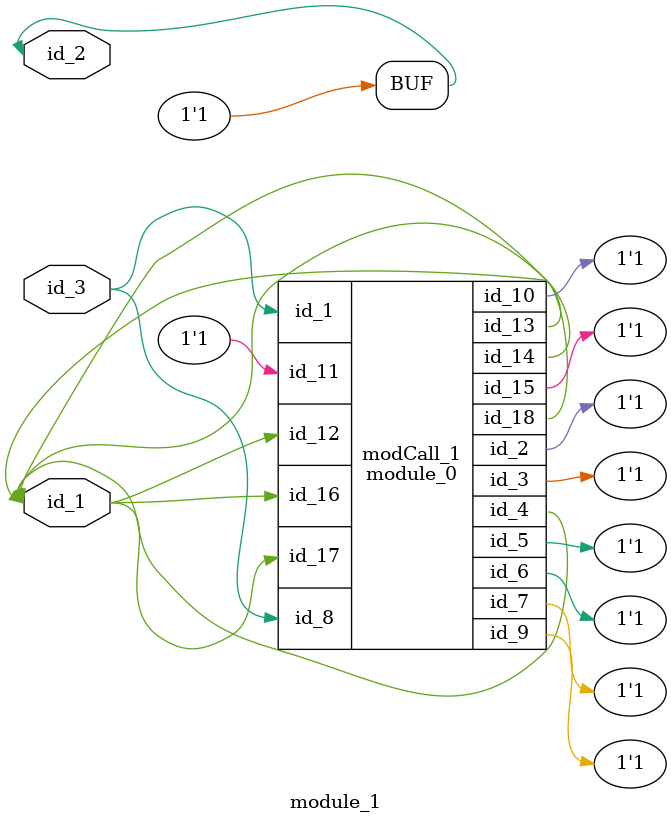
<source format=v>
module module_0 (
    id_1,
    id_2,
    id_3,
    id_4,
    id_5,
    id_6,
    id_7,
    id_8,
    id_9,
    id_10,
    id_11,
    id_12,
    id_13,
    id_14,
    id_15,
    id_16,
    id_17,
    id_18
);
  output wire id_18;
  input wire id_17;
  input wire id_16;
  output wire id_15;
  inout wire id_14;
  output wire id_13;
  input wire id_12;
  input wire id_11;
  inout wire id_10;
  inout wire id_9;
  input wire id_8;
  inout wire id_7;
  inout wire id_6;
  output wire id_5;
  output wire id_4;
  inout wire id_3;
  inout wire id_2;
  input wire id_1;
  assign id_14 = id_2;
  assign module_1.id_2 = 0;
  wire id_19;
endmodule
module module_1 (
    id_1,
    id_2,
    id_3
);
  input wire id_3;
  inout wire id_2;
  inout wire id_1;
  assign id_2 = 1;
  module_0 modCall_1 (
      id_3,
      id_2,
      id_2,
      id_1,
      id_2,
      id_2,
      id_2,
      id_3,
      id_2,
      id_2,
      id_2,
      id_1,
      id_1,
      id_1,
      id_2,
      id_1,
      id_1,
      id_1
  );
endmodule

</source>
